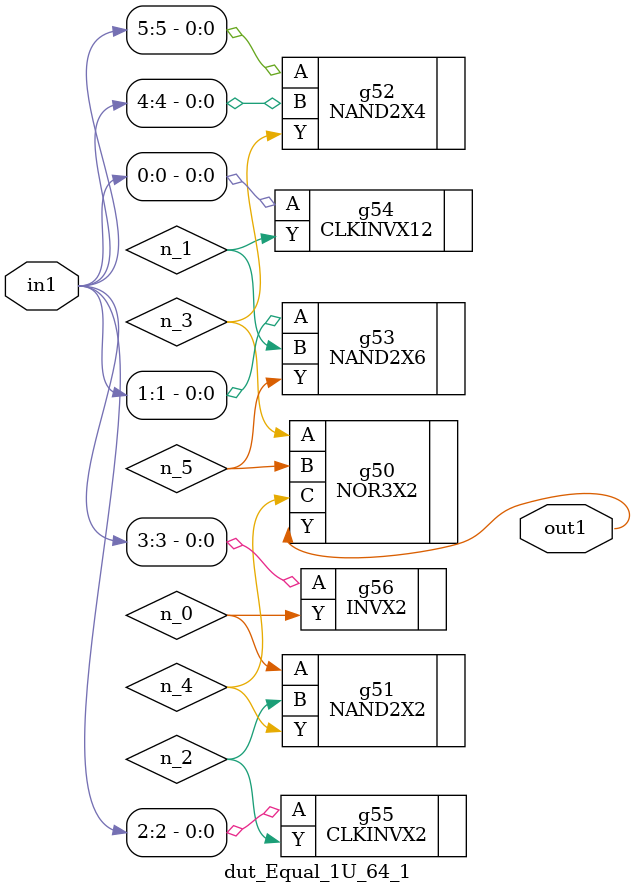
<source format=v>
`timescale 1ps / 1ps


module dut_Equal_1U_64_1(in1, out1);
  input [5:0] in1;
  output out1;
  wire [5:0] in1;
  wire out1;
  wire n_0, n_1, n_2, n_3, n_4, n_5;
  NOR3X2 g50(.A (n_3), .B (n_5), .C (n_4), .Y (out1));
  NAND2X6 g53(.A (in1[1]), .B (n_1), .Y (n_5));
  NAND2X2 g51(.A (n_0), .B (n_2), .Y (n_4));
  NAND2X4 g52(.A (in1[5]), .B (in1[4]), .Y (n_3));
  CLKINVX2 g55(.A (in1[2]), .Y (n_2));
  CLKINVX12 g54(.A (in1[0]), .Y (n_1));
  INVX2 g56(.A (in1[3]), .Y (n_0));
endmodule



</source>
